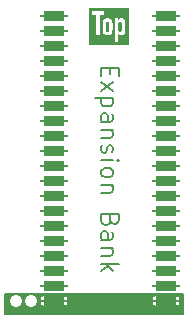
<source format=gbr>
G04 #@! TF.GenerationSoftware,KiCad,Pcbnew,7.0.6-0*
G04 #@! TF.CreationDate,2023-10-14T16:51:03-04:00*
G04 #@! TF.ProjectId,RAM Module,52414d20-4d6f-4647-956c-652e6b696361,1*
G04 #@! TF.SameCoordinates,Original*
G04 #@! TF.FileFunction,Legend,Top*
G04 #@! TF.FilePolarity,Positive*
%FSLAX46Y46*%
G04 Gerber Fmt 4.6, Leading zero omitted, Abs format (unit mm)*
G04 Created by KiCad (PCBNEW 7.0.6-0) date 2023-10-14 16:51:03*
%MOMM*%
%LPD*%
G01*
G04 APERTURE LIST*
G04 Aperture macros list*
%AMRoundRect*
0 Rectangle with rounded corners*
0 $1 Rounding radius*
0 $2 $3 $4 $5 $6 $7 $8 $9 X,Y pos of 4 corners*
0 Add a 4 corners polygon primitive as box body*
4,1,4,$2,$3,$4,$5,$6,$7,$8,$9,$2,$3,0*
0 Add four circle primitives for the rounded corners*
1,1,$1+$1,$2,$3*
1,1,$1+$1,$4,$5*
1,1,$1+$1,$6,$7*
1,1,$1+$1,$8,$9*
0 Add four rect primitives between the rounded corners*
20,1,$1+$1,$2,$3,$4,$5,0*
20,1,$1+$1,$4,$5,$6,$7,0*
20,1,$1+$1,$6,$7,$8,$9,0*
20,1,$1+$1,$8,$9,$2,$3,0*%
G04 Aperture macros list end*
%ADD10C,0.127000*%
%ADD11C,0.200000*%
%ADD12C,0.300000*%
%ADD13C,1.076000*%
%ADD14RoundRect,0.328000X0.835000X0.072500X-0.835000X0.072500X-0.835000X-0.072500X0.835000X-0.072500X0*%
G04 APERTURE END LIST*
D10*
X142585000Y-110530000D02*
X157665000Y-110530000D01*
X157665000Y-112170000D01*
X142585000Y-112170000D01*
X142585000Y-110530000D01*
G36*
X142585000Y-110530000D02*
G01*
X157665000Y-110530000D01*
X157665000Y-112170000D01*
X142585000Y-112170000D01*
X142585000Y-110530000D01*
G37*
G36*
X152325755Y-87453753D02*
G01*
X152345969Y-87456560D01*
X152367739Y-87463298D01*
X152386796Y-87473710D01*
X152403139Y-87487798D01*
X152416769Y-87505561D01*
X152424440Y-87519147D01*
X152432590Y-87537590D01*
X152439142Y-87557654D01*
X152444096Y-87579340D01*
X152447452Y-87602648D01*
X152448987Y-87622462D01*
X152449498Y-87643314D01*
X152449498Y-88154759D01*
X152449245Y-88167065D01*
X152447697Y-88186907D01*
X152443981Y-88209616D01*
X152438240Y-88231123D01*
X152430472Y-88251427D01*
X152420677Y-88270530D01*
X152412686Y-88282093D01*
X152397751Y-88296547D01*
X152379278Y-88307533D01*
X152357268Y-88315049D01*
X152336223Y-88318662D01*
X152312722Y-88319867D01*
X152305290Y-88319701D01*
X152283932Y-88317211D01*
X152263982Y-88311732D01*
X152245441Y-88303266D01*
X152228307Y-88291811D01*
X152212582Y-88277369D01*
X152205424Y-88269111D01*
X152193219Y-88251411D01*
X152183831Y-88232131D01*
X152177260Y-88211271D01*
X152173504Y-88188832D01*
X152172526Y-88168925D01*
X152172526Y-87626217D01*
X152173469Y-87602955D01*
X152176295Y-87581099D01*
X152181006Y-87560651D01*
X152187601Y-87541610D01*
X152198002Y-87520618D01*
X152211117Y-87501653D01*
X152216036Y-87495797D01*
X152231939Y-87480496D01*
X152249558Y-87468595D01*
X152268896Y-87460094D01*
X152289950Y-87454993D01*
X152312722Y-87453293D01*
X152325755Y-87453753D01*
G37*
G36*
X151251809Y-87453450D02*
G01*
X151274232Y-87455797D01*
X151294765Y-87460960D01*
X151313410Y-87468940D01*
X151330165Y-87479736D01*
X151345032Y-87493349D01*
X151355868Y-87506704D01*
X151366446Y-87525343D01*
X151374380Y-87546832D01*
X151378972Y-87566918D01*
X151381727Y-87588983D01*
X151382645Y-87613028D01*
X151382645Y-88160132D01*
X151382057Y-88179534D01*
X151379670Y-88202026D01*
X151375446Y-88222563D01*
X151367952Y-88244625D01*
X151357814Y-88263870D01*
X151345032Y-88280300D01*
X151340286Y-88285091D01*
X151324790Y-88297610D01*
X151307405Y-88307348D01*
X151288131Y-88314303D01*
X151266968Y-88318476D01*
X151243915Y-88319867D01*
X151236078Y-88319712D01*
X151213782Y-88317394D01*
X151193305Y-88312293D01*
X151174649Y-88304411D01*
X151157814Y-88293746D01*
X151142799Y-88280300D01*
X151132103Y-88266804D01*
X151121662Y-88248028D01*
X151113831Y-88226435D01*
X151109299Y-88206290D01*
X151106580Y-88184189D01*
X151105674Y-88160132D01*
X151105674Y-87613028D01*
X151106254Y-87593634D01*
X151108610Y-87571172D01*
X151112780Y-87550691D01*
X151120176Y-87528726D01*
X151130182Y-87509612D01*
X151142799Y-87493349D01*
X151147601Y-87488499D01*
X151163223Y-87475825D01*
X151180666Y-87465967D01*
X151199929Y-87458926D01*
X151221012Y-87454702D01*
X151243915Y-87453293D01*
X151251809Y-87453450D01*
G37*
G36*
X153020976Y-89438449D02*
G01*
X149684231Y-89438449D01*
X149684231Y-89152735D01*
X151886762Y-89152735D01*
X152172526Y-89152735D01*
X152172526Y-88460062D01*
X152175506Y-88464427D01*
X152187787Y-88481245D01*
X152200648Y-88497041D01*
X152214089Y-88511814D01*
X152228110Y-88525564D01*
X152246452Y-88541313D01*
X152265700Y-88555464D01*
X152285855Y-88568018D01*
X152306904Y-88578854D01*
X152328836Y-88587853D01*
X152351650Y-88595016D01*
X152375347Y-88600342D01*
X152394940Y-88603280D01*
X152415098Y-88605043D01*
X152435820Y-88605631D01*
X152442397Y-88605596D01*
X152467729Y-88604760D01*
X152491505Y-88602810D01*
X152513723Y-88599746D01*
X152534385Y-88595567D01*
X152558022Y-88588776D01*
X152579226Y-88580245D01*
X152597998Y-88569972D01*
X152611610Y-88560973D01*
X152630641Y-88546473D01*
X152648006Y-88530771D01*
X152663706Y-88513866D01*
X152677739Y-88495760D01*
X152690107Y-88476451D01*
X152700809Y-88455941D01*
X152709845Y-88434228D01*
X152717215Y-88411313D01*
X152722919Y-88387196D01*
X152726958Y-88361877D01*
X152727963Y-88352872D01*
X152729780Y-88332859D01*
X152731337Y-88310175D01*
X152732634Y-88284820D01*
X152733437Y-88264050D01*
X152734094Y-88241778D01*
X152734605Y-88218003D01*
X152734970Y-88192725D01*
X152735189Y-88165945D01*
X152735262Y-88137662D01*
X152735262Y-87602770D01*
X152735251Y-87595520D01*
X152735086Y-87574331D01*
X152734724Y-87553983D01*
X152733934Y-87528162D01*
X152732793Y-87503837D01*
X152731301Y-87481008D01*
X152729458Y-87459675D01*
X152727264Y-87439838D01*
X152724027Y-87417145D01*
X152721012Y-87400155D01*
X152716664Y-87379905D01*
X152711672Y-87360752D01*
X152704831Y-87339217D01*
X152697063Y-87319261D01*
X152688367Y-87300886D01*
X152678987Y-87284737D01*
X152663399Y-87262468D01*
X152645991Y-87242542D01*
X152626763Y-87224961D01*
X152605714Y-87209724D01*
X152582845Y-87196831D01*
X152558155Y-87186282D01*
X152531646Y-87178078D01*
X152503315Y-87172217D01*
X152483417Y-87169613D01*
X152462710Y-87168050D01*
X152441194Y-87167529D01*
X152428317Y-87167693D01*
X152403710Y-87169006D01*
X152380629Y-87171632D01*
X152359075Y-87175570D01*
X152339047Y-87180821D01*
X152320545Y-87187385D01*
X152299565Y-87197437D01*
X152280970Y-87209539D01*
X152267094Y-87220339D01*
X152249878Y-87234676D01*
X152232805Y-87249944D01*
X152215875Y-87266142D01*
X152199088Y-87283270D01*
X152185761Y-87297642D01*
X152172526Y-87312609D01*
X152172526Y-87183161D01*
X151886762Y-87183161D01*
X151886762Y-88168925D01*
X151886762Y-89152735D01*
X149684231Y-89152735D01*
X149684231Y-86589162D01*
X149969945Y-86589162D01*
X149969945Y-86874926D01*
X150309442Y-86874926D01*
X150309442Y-88590000D01*
X150595206Y-88590000D01*
X150595206Y-88118611D01*
X150819910Y-88118611D01*
X150819921Y-88123911D01*
X150820184Y-88144862D01*
X150820640Y-88160132D01*
X150820798Y-88165417D01*
X150821764Y-88185574D01*
X150823080Y-88205335D01*
X150825220Y-88229478D01*
X150827908Y-88253001D01*
X150831145Y-88275903D01*
X150832626Y-88284875D01*
X150836995Y-88306738D01*
X150842319Y-88327790D01*
X150848597Y-88348030D01*
X150855829Y-88367460D01*
X150864015Y-88386079D01*
X150873155Y-88403886D01*
X150882879Y-88420696D01*
X150897034Y-88442121D01*
X150912547Y-88462416D01*
X150929419Y-88481581D01*
X150947649Y-88499617D01*
X150967238Y-88516523D01*
X150982821Y-88528462D01*
X150999169Y-88539765D01*
X151016281Y-88550432D01*
X151028161Y-88557116D01*
X151046568Y-88566334D01*
X151065679Y-88574582D01*
X151085494Y-88581859D01*
X151106013Y-88588166D01*
X151127237Y-88593502D01*
X151149164Y-88597869D01*
X151171796Y-88601265D01*
X151195131Y-88603690D01*
X151219171Y-88605146D01*
X151243915Y-88605631D01*
X151260547Y-88605415D01*
X151284893Y-88604283D01*
X151308517Y-88602181D01*
X151331421Y-88599109D01*
X151353603Y-88595066D01*
X151375064Y-88590052D01*
X151395804Y-88584069D01*
X151415822Y-88577115D01*
X151435119Y-88569191D01*
X151453695Y-88560297D01*
X151471550Y-88550432D01*
X151483101Y-88543391D01*
X151499785Y-88532300D01*
X151515696Y-88520573D01*
X151535709Y-88503950D01*
X151554348Y-88486196D01*
X151571613Y-88467313D01*
X151587504Y-88447301D01*
X151602021Y-88426158D01*
X151615164Y-88403886D01*
X151618935Y-88396861D01*
X151627693Y-88378728D01*
X151635498Y-88359785D01*
X151642348Y-88340031D01*
X151648244Y-88319466D01*
X151653186Y-88298090D01*
X151657174Y-88275903D01*
X151657865Y-88271372D01*
X151660992Y-88248346D01*
X151663571Y-88224699D01*
X151665600Y-88200432D01*
X151666829Y-88180572D01*
X151667707Y-88160315D01*
X151668234Y-88139661D01*
X151668409Y-88118611D01*
X151668409Y-87655038D01*
X151668398Y-87649678D01*
X151668135Y-87628517D01*
X151667521Y-87607798D01*
X151666555Y-87587522D01*
X151665238Y-87567689D01*
X151663099Y-87543520D01*
X151660411Y-87520043D01*
X151657174Y-87497257D01*
X151655693Y-87488344D01*
X151651324Y-87466613D01*
X151646000Y-87445668D01*
X151639722Y-87425511D01*
X151632490Y-87406141D01*
X151624304Y-87387558D01*
X151615164Y-87369762D01*
X151605436Y-87352952D01*
X151591262Y-87331528D01*
X151575714Y-87311233D01*
X151558793Y-87292067D01*
X151540498Y-87274031D01*
X151520828Y-87257125D01*
X151505175Y-87245187D01*
X151488749Y-87233884D01*
X151471550Y-87223217D01*
X151459727Y-87216473D01*
X151441391Y-87207174D01*
X151422335Y-87198853D01*
X151402557Y-87191512D01*
X151382057Y-87185149D01*
X151360837Y-87179765D01*
X151338895Y-87175360D01*
X151316232Y-87171934D01*
X151292848Y-87169487D01*
X151268742Y-87168019D01*
X151243915Y-87167529D01*
X151227341Y-87167747D01*
X151203067Y-87168889D01*
X151179496Y-87171010D01*
X151156630Y-87174109D01*
X151134468Y-87178188D01*
X151113010Y-87183246D01*
X151092256Y-87189282D01*
X151072206Y-87196297D01*
X151052860Y-87204292D01*
X151034218Y-87213265D01*
X151016281Y-87223217D01*
X151004788Y-87230258D01*
X150988186Y-87241349D01*
X150972348Y-87253075D01*
X150952419Y-87269699D01*
X150933849Y-87287452D01*
X150916637Y-87306335D01*
X150900785Y-87326348D01*
X150886290Y-87347490D01*
X150873155Y-87369762D01*
X150869384Y-87376786D01*
X150860626Y-87394897D01*
X150852821Y-87413795D01*
X150845971Y-87433480D01*
X150840075Y-87453952D01*
X150835133Y-87475211D01*
X150831145Y-87497257D01*
X150829784Y-87506288D01*
X150826767Y-87529351D01*
X150824298Y-87553105D01*
X150822718Y-87572606D01*
X150821490Y-87592550D01*
X150820612Y-87612937D01*
X150820085Y-87633766D01*
X150819910Y-87655038D01*
X150819910Y-88118611D01*
X150595206Y-88118611D01*
X150595206Y-86874926D01*
X150907837Y-86874926D01*
X150907837Y-86589162D01*
X149969945Y-86589162D01*
X149684231Y-86589162D01*
X149684231Y-86303448D01*
X153020976Y-86303448D01*
X153020976Y-89438449D01*
G37*
D11*
X151492185Y-91348570D02*
X151492185Y-91848570D01*
X150706471Y-92062856D02*
X150706471Y-91348570D01*
X150706471Y-91348570D02*
X152206471Y-91348570D01*
X152206471Y-91348570D02*
X152206471Y-92062856D01*
X150706471Y-92562856D02*
X151706471Y-93348571D01*
X151706471Y-92562856D02*
X150706471Y-93348571D01*
X151706471Y-93919999D02*
X150206471Y-93919999D01*
X151635042Y-93919999D02*
X151706471Y-94062857D01*
X151706471Y-94062857D02*
X151706471Y-94348571D01*
X151706471Y-94348571D02*
X151635042Y-94491428D01*
X151635042Y-94491428D02*
X151563614Y-94562857D01*
X151563614Y-94562857D02*
X151420757Y-94634285D01*
X151420757Y-94634285D02*
X150992185Y-94634285D01*
X150992185Y-94634285D02*
X150849328Y-94562857D01*
X150849328Y-94562857D02*
X150777900Y-94491428D01*
X150777900Y-94491428D02*
X150706471Y-94348571D01*
X150706471Y-94348571D02*
X150706471Y-94062857D01*
X150706471Y-94062857D02*
X150777900Y-93919999D01*
X150706471Y-95920000D02*
X151492185Y-95920000D01*
X151492185Y-95920000D02*
X151635042Y-95848571D01*
X151635042Y-95848571D02*
X151706471Y-95705714D01*
X151706471Y-95705714D02*
X151706471Y-95420000D01*
X151706471Y-95420000D02*
X151635042Y-95277142D01*
X150777900Y-95920000D02*
X150706471Y-95777142D01*
X150706471Y-95777142D02*
X150706471Y-95420000D01*
X150706471Y-95420000D02*
X150777900Y-95277142D01*
X150777900Y-95277142D02*
X150920757Y-95205714D01*
X150920757Y-95205714D02*
X151063614Y-95205714D01*
X151063614Y-95205714D02*
X151206471Y-95277142D01*
X151206471Y-95277142D02*
X151277900Y-95420000D01*
X151277900Y-95420000D02*
X151277900Y-95777142D01*
X151277900Y-95777142D02*
X151349328Y-95920000D01*
X151706471Y-96634285D02*
X150706471Y-96634285D01*
X151563614Y-96634285D02*
X151635042Y-96705714D01*
X151635042Y-96705714D02*
X151706471Y-96848571D01*
X151706471Y-96848571D02*
X151706471Y-97062857D01*
X151706471Y-97062857D02*
X151635042Y-97205714D01*
X151635042Y-97205714D02*
X151492185Y-97277143D01*
X151492185Y-97277143D02*
X150706471Y-97277143D01*
X150777900Y-97920000D02*
X150706471Y-98062857D01*
X150706471Y-98062857D02*
X150706471Y-98348571D01*
X150706471Y-98348571D02*
X150777900Y-98491428D01*
X150777900Y-98491428D02*
X150920757Y-98562857D01*
X150920757Y-98562857D02*
X150992185Y-98562857D01*
X150992185Y-98562857D02*
X151135042Y-98491428D01*
X151135042Y-98491428D02*
X151206471Y-98348571D01*
X151206471Y-98348571D02*
X151206471Y-98134286D01*
X151206471Y-98134286D02*
X151277900Y-97991428D01*
X151277900Y-97991428D02*
X151420757Y-97920000D01*
X151420757Y-97920000D02*
X151492185Y-97920000D01*
X151492185Y-97920000D02*
X151635042Y-97991428D01*
X151635042Y-97991428D02*
X151706471Y-98134286D01*
X151706471Y-98134286D02*
X151706471Y-98348571D01*
X151706471Y-98348571D02*
X151635042Y-98491428D01*
X150706471Y-99205714D02*
X151706471Y-99205714D01*
X152206471Y-99205714D02*
X152135042Y-99134286D01*
X152135042Y-99134286D02*
X152063614Y-99205714D01*
X152063614Y-99205714D02*
X152135042Y-99277143D01*
X152135042Y-99277143D02*
X152206471Y-99205714D01*
X152206471Y-99205714D02*
X152063614Y-99205714D01*
X150706471Y-100134286D02*
X150777900Y-99991429D01*
X150777900Y-99991429D02*
X150849328Y-99920000D01*
X150849328Y-99920000D02*
X150992185Y-99848572D01*
X150992185Y-99848572D02*
X151420757Y-99848572D01*
X151420757Y-99848572D02*
X151563614Y-99920000D01*
X151563614Y-99920000D02*
X151635042Y-99991429D01*
X151635042Y-99991429D02*
X151706471Y-100134286D01*
X151706471Y-100134286D02*
X151706471Y-100348572D01*
X151706471Y-100348572D02*
X151635042Y-100491429D01*
X151635042Y-100491429D02*
X151563614Y-100562858D01*
X151563614Y-100562858D02*
X151420757Y-100634286D01*
X151420757Y-100634286D02*
X150992185Y-100634286D01*
X150992185Y-100634286D02*
X150849328Y-100562858D01*
X150849328Y-100562858D02*
X150777900Y-100491429D01*
X150777900Y-100491429D02*
X150706471Y-100348572D01*
X150706471Y-100348572D02*
X150706471Y-100134286D01*
X151706471Y-101277143D02*
X150706471Y-101277143D01*
X151563614Y-101277143D02*
X151635042Y-101348572D01*
X151635042Y-101348572D02*
X151706471Y-101491429D01*
X151706471Y-101491429D02*
X151706471Y-101705715D01*
X151706471Y-101705715D02*
X151635042Y-101848572D01*
X151635042Y-101848572D02*
X151492185Y-101920001D01*
X151492185Y-101920001D02*
X150706471Y-101920001D01*
X151492185Y-104277143D02*
X151420757Y-104491429D01*
X151420757Y-104491429D02*
X151349328Y-104562858D01*
X151349328Y-104562858D02*
X151206471Y-104634286D01*
X151206471Y-104634286D02*
X150992185Y-104634286D01*
X150992185Y-104634286D02*
X150849328Y-104562858D01*
X150849328Y-104562858D02*
X150777900Y-104491429D01*
X150777900Y-104491429D02*
X150706471Y-104348572D01*
X150706471Y-104348572D02*
X150706471Y-103777143D01*
X150706471Y-103777143D02*
X152206471Y-103777143D01*
X152206471Y-103777143D02*
X152206471Y-104277143D01*
X152206471Y-104277143D02*
X152135042Y-104420001D01*
X152135042Y-104420001D02*
X152063614Y-104491429D01*
X152063614Y-104491429D02*
X151920757Y-104562858D01*
X151920757Y-104562858D02*
X151777900Y-104562858D01*
X151777900Y-104562858D02*
X151635042Y-104491429D01*
X151635042Y-104491429D02*
X151563614Y-104420001D01*
X151563614Y-104420001D02*
X151492185Y-104277143D01*
X151492185Y-104277143D02*
X151492185Y-103777143D01*
X150706471Y-105920001D02*
X151492185Y-105920001D01*
X151492185Y-105920001D02*
X151635042Y-105848572D01*
X151635042Y-105848572D02*
X151706471Y-105705715D01*
X151706471Y-105705715D02*
X151706471Y-105420001D01*
X151706471Y-105420001D02*
X151635042Y-105277143D01*
X150777900Y-105920001D02*
X150706471Y-105777143D01*
X150706471Y-105777143D02*
X150706471Y-105420001D01*
X150706471Y-105420001D02*
X150777900Y-105277143D01*
X150777900Y-105277143D02*
X150920757Y-105205715D01*
X150920757Y-105205715D02*
X151063614Y-105205715D01*
X151063614Y-105205715D02*
X151206471Y-105277143D01*
X151206471Y-105277143D02*
X151277900Y-105420001D01*
X151277900Y-105420001D02*
X151277900Y-105777143D01*
X151277900Y-105777143D02*
X151349328Y-105920001D01*
X151706471Y-106634286D02*
X150706471Y-106634286D01*
X151563614Y-106634286D02*
X151635042Y-106705715D01*
X151635042Y-106705715D02*
X151706471Y-106848572D01*
X151706471Y-106848572D02*
X151706471Y-107062858D01*
X151706471Y-107062858D02*
X151635042Y-107205715D01*
X151635042Y-107205715D02*
X151492185Y-107277144D01*
X151492185Y-107277144D02*
X150706471Y-107277144D01*
X150706471Y-107991429D02*
X152206471Y-107991429D01*
X151277900Y-108134287D02*
X150706471Y-108562858D01*
X151706471Y-108562858D02*
X151135042Y-107991429D01*
D12*
X154310000Y-111080000D02*
G75*
G03*
X154310000Y-111080000I-100000J0D01*
G01*
%LPC*%
D13*
X144730000Y-111080000D03*
X144730000Y-109810000D03*
X144730000Y-108540000D03*
X144730000Y-107270000D03*
X144730000Y-106000000D03*
X144730000Y-104730000D03*
X144730000Y-103460000D03*
X144730000Y-102190000D03*
X144730000Y-100920000D03*
X144730000Y-99650000D03*
X144730000Y-98380000D03*
X144730000Y-97110000D03*
X144730000Y-95840000D03*
X144730000Y-94570000D03*
X144730000Y-93300000D03*
X144730000Y-92030000D03*
X144730000Y-90760000D03*
X144730000Y-89490000D03*
X144730000Y-88220000D03*
X144730000Y-86950000D03*
X143460000Y-86950000D03*
X143460000Y-88220000D03*
X143460000Y-89490000D03*
X143460000Y-90760000D03*
X143460000Y-92030000D03*
X143460000Y-93300000D03*
X143460000Y-94570000D03*
X143460000Y-95840000D03*
X143460000Y-97110000D03*
X143460000Y-98380000D03*
X143460000Y-99650000D03*
X143460000Y-100920000D03*
X143460000Y-102190000D03*
X143460000Y-103460000D03*
X143460000Y-104730000D03*
X143460000Y-106000000D03*
X143460000Y-107270000D03*
X143460000Y-108540000D03*
X143460000Y-109810000D03*
X143460000Y-111080000D03*
D14*
X156190000Y-111080000D03*
X156190000Y-109810000D03*
X156190000Y-108540000D03*
X156190000Y-107270000D03*
X156190000Y-106000000D03*
X156190000Y-104730000D03*
X156190000Y-103460000D03*
X156190000Y-102190000D03*
X156190000Y-100920000D03*
X156190000Y-99650000D03*
X156190000Y-98380000D03*
X156190000Y-97110000D03*
X156190000Y-95840000D03*
X156190000Y-94570000D03*
X156190000Y-93300000D03*
X156190000Y-92030000D03*
X156190000Y-90760000D03*
X156190000Y-89490000D03*
X156190000Y-88220000D03*
X156190000Y-86950000D03*
X146740000Y-86950000D03*
X146740000Y-88220000D03*
X146740000Y-89490000D03*
X146740000Y-90760000D03*
X146740000Y-92030000D03*
X146740000Y-93300000D03*
X146740000Y-94570000D03*
X146740000Y-95840000D03*
X146740000Y-97110000D03*
X146740000Y-98380000D03*
X146740000Y-99650000D03*
X146740000Y-100920000D03*
X146740000Y-102190000D03*
X146740000Y-103460000D03*
X146740000Y-104730000D03*
X146740000Y-106000000D03*
X146740000Y-107270000D03*
X146740000Y-108540000D03*
X146740000Y-109810000D03*
X146740000Y-111080000D03*
%LPD*%
M02*

</source>
